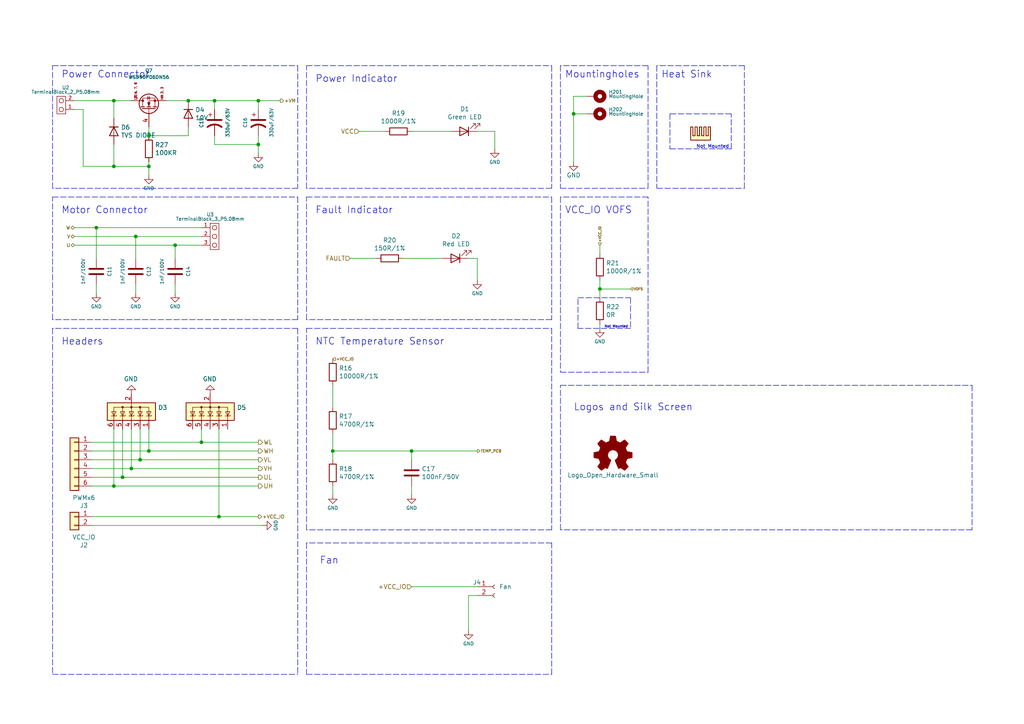
<source format=kicad_sch>
(kicad_sch (version 20211123) (generator eeschema)
  (paper "A4")
  (title_block (title "opm-inline") (date "2021-12-26") (rev "1") (company "Overpowered Mechanisms"))
  (lib_symbols
    (symbol "Connector:Conn_01x02_Female" (pin_names (offset 1.016) hide)
      (property "Reference" "J" (at 0 2.54 0))
      (property "Value" "Conn_01x02_Female" (at 0 -5.08 0))
      (symbol "Conn_01x02_Female_1_1"
        (arc (start 0 -2.032) (mid -0.508 -2.54) (end 0 -3.048) (stroke (width 0.1524)))
        (polyline (pts (xy -1.27 -2.54) (xy -0.508 -2.54)) (stroke (width 0.1524)))
        (polyline (pts (xy -1.27 0) (xy -0.508 0)) (stroke (width 0.1524)))
        (arc (start 0 0.508) (mid -0.508 0) (end 0 -0.508) (stroke (width 0.1524)))
        (pin passive line (at -5.08 0 0) (length 3.81) (name "Pin_1") (number "1"))
        (pin passive line (at -5.08 -2.54 0) (length 3.81) (name "Pin_2") (number "2"))
      )
    )
    (symbol "Connector_Generic:Conn_01x02" (pin_names (offset 1.016) hide)
      (property "Reference" "J" (at 0 2.54 0))
      (property "Value" "Conn_01x02" (at 0 -5.08 0))
      (symbol "Conn_01x02_1_1"
        (rectangle (start -1.27 -2.413) (end 0 -2.667) (stroke (width 0.1524)))
        (rectangle (start -1.27 0.127) (end 0 -0.127) (stroke (width 0.1524)))
        (rectangle (start -1.27 1.27) (end 1.27 -3.81) (stroke (width 0.254)) (fill (type background)))
        (pin passive line (at -5.08 0 0) (length 3.81) (name "Pin_1") (number "1"))
        (pin passive line (at -5.08 -2.54 0) (length 3.81) (name "Pin_2") (number "2"))
      )
    )
    (symbol "Connector_Generic:Conn_01x06" (pin_names (offset 1.016) hide)
      (property "Reference" "J" (at 0 7.62 0))
      (property "Value" "Conn_01x06" (at 0 -10.16 0))
      (symbol "Conn_01x06_1_1"
        (rectangle (start -1.27 -7.493) (end 0 -7.747) (stroke (width 0.1524)))
        (rectangle (start -1.27 -4.953) (end 0 -5.207) (stroke (width 0.1524)))
        (rectangle (start -1.27 -2.413) (end 0 -2.667) (stroke (width 0.1524)))
        (rectangle (start -1.27 0.127) (end 0 -0.127) (stroke (width 0.1524)))
        (rectangle (start -1.27 2.667) (end 0 2.413) (stroke (width 0.1524)))
        (rectangle (start -1.27 5.207) (end 0 4.953) (stroke (width 0.1524)))
        (rectangle (start -1.27 6.35) (end 1.27 -8.89) (stroke (width 0.254)) (fill (type background)))
        (pin passive line (at -5.08 5.08 0) (length 3.81) (name "Pin_1") (number "1"))
        (pin passive line (at -5.08 2.54 0) (length 3.81) (name "Pin_2") (number "2"))
        (pin passive line (at -5.08 0 0) (length 3.81) (name "Pin_3") (number "3"))
        (pin passive line (at -5.08 -2.54 0) (length 3.81) (name "Pin_4") (number "4"))
        (pin passive line (at -5.08 -5.08 0) (length 3.81) (name "Pin_5") (number "5"))
        (pin passive line (at -5.08 -7.62 0) (length 3.81) (name "Pin_6") (number "6"))
      )
    )
    (symbol "Device:C" (pin_numbers hide) (pin_names (offset 0.254))
      (property "Reference" "C" (at 0.635 2.54 0))
      (property "Value" "C" (at 0.635 -2.54 0))
      (symbol "C_0_1"
        (polyline (pts (xy -2.032 -0.762) (xy 2.032 -0.762)) (stroke (width 0.508)))
        (polyline (pts (xy -2.032 0.762) (xy 2.032 0.762)) (stroke (width 0.508)))
      )
      (symbol "C_1_1"
        (pin passive line (at 0 3.81 270) (length 2.794) (name "~") (number "1"))
        (pin passive line (at 0 -3.81 90) (length 2.794) (name "~") (number "2"))
      )
    )
    (symbol "Device:CP1" (pin_numbers hide) (pin_names (offset 0.254) hide)
      (property "Reference" "C" (at 0.635 2.54 0))
      (property "Value" "Device_CP1" (at 0.635 -2.54 0))
      (symbol "CP1_0_1"
        (polyline (pts (xy -2.032 0.762) (xy 2.032 0.762)) (stroke (width 0.508)))
        (polyline (pts (xy -1.778 2.286) (xy -0.762 2.286)))
        (polyline (pts (xy -1.27 1.778) (xy -1.27 2.794)))
        (arc (start 2.032 -1.27) (mid 0 -0.5572) (end -2.032 -1.27) (stroke (width 0.508)))
      )
      (symbol "CP1_1_1"
        (pin passive line (at 0 3.81 270) (length 2.794) (name "~") (number "1"))
        (pin passive line (at 0 -3.81 90) (length 3.302) (name "~") (number "2"))
      )
    )
    (symbol "Device:LED" (pin_numbers hide) (pin_names (offset 1.016) hide)
      (property "Reference" "D" (at 0 2.54 0))
      (property "Value" "LED" (at 0 -2.54 0))
      (symbol "LED_0_1"
        (polyline (pts (xy -1.27 -1.27) (xy -1.27 1.27)) (stroke (width 0.254)))
        (polyline (pts (xy -1.27 0) (xy 1.27 0)))
        (polyline (pts (xy 1.27 -1.27) (xy 1.27 1.27) (xy -1.27 0) (xy 1.27 -1.27)) (stroke (width 0.254)))
        (polyline (pts (xy -3.048 -0.762) (xy -4.572 -2.286) (xy -3.81 -2.286) (xy -4.572 -2.286) (xy -4.572 -1.524)))
        (polyline (pts (xy -1.778 -0.762) (xy -3.302 -2.286) (xy -2.54 -2.286) (xy -3.302 -2.286) (xy -3.302 -1.524)))
      )
      (symbol "LED_1_1"
        (pin passive line (at -3.81 0 0) (length 2.54) (name "K") (number "1"))
        (pin passive line (at 3.81 0 180) (length 2.54) (name "A") (number "2"))
      )
    )
    (symbol "Device:R" (pin_numbers hide) (pin_names (offset 0))
      (property "Reference" "R" (at 2.032 0 90))
      (property "Value" "R" (at 0 0 90))
      (symbol "R_0_1"
        (rectangle (start -1.016 -2.54) (end 1.016 2.54) (stroke (width 0.254)))
      )
      (symbol "R_1_1"
        (pin passive line (at 0 3.81 270) (length 1.27) (name "~") (number "1"))
        (pin passive line (at 0 -3.81 90) (length 1.27) (name "~") (number "2"))
      )
    )
    (symbol "Graphic:Logo_Open_Hardware_Small" (pin_names (offset 1.016))
      (symbol "Logo_Open_Hardware_Small_0_1"
        (polyline (pts (xy 3.3528 -4.3434) (xy 3.302 -4.318) (xy 3.175 -4.2418) (xy 2.9972 -4.1148) (xy 2.7686 -3.9624) (xy 2.54 -3.81) (xy 2.3622 -3.7084) (xy 2.2352 -3.6068) (xy 2.1844 -3.5814) (xy 2.159 -3.6068) (xy 2.0574 -3.6576) (xy 1.905 -3.7338) (xy 1.8034 -3.7846) (xy 1.6764 -3.8354) (xy 1.6002 -3.8354) (xy 1.6002 -3.8354) (xy 1.5494 -3.7338) (xy 1.4732 -3.5306) (xy 1.3462 -3.302) (xy 1.2446 -3.0226) (xy 1.1176 -2.7178) (xy 0.9652 -2.413) (xy 0.8636 -2.1082) (xy 0.7366 -1.8288) (xy 0.6604 -1.6256) (xy 0.6096 -1.4732) (xy 0.5842 -1.397) (xy 0.5842 -1.397) (xy 0.6604 -1.3208) (xy 0.7874 -1.2446) (xy 1.0414 -1.016) (xy 1.2954 -0.6858) (xy 1.4478 -0.3302) (xy 1.524 0.0762) (xy 1.4732 0.4572) (xy 1.3208 0.8128) (xy 1.0668 1.143) (xy 0.762 1.3716) (xy 0.4064 1.524) (xy 0 1.5748) (xy -0.381 1.5494) (xy -0.7366 1.397) (xy -1.0668 1.143) (xy -1.2192 0.9906) (xy -1.397 0.6604) (xy -1.524 0.3048) (xy -1.524 0.2286) (xy -1.4986 -0.1778) (xy -1.397 -0.5334) (xy -1.1938 -0.8636) (xy -0.9144 -1.143) (xy -0.8636 -1.1684) (xy -0.7366 -1.27) (xy -0.635 -1.3462) (xy -0.5842 -1.397) (xy -1.0668 -2.5908) (xy -1.143 -2.794) (xy -1.2954 -3.1242) (xy -1.397 -3.4036) (xy -1.4986 -3.6322) (xy -1.5748 -3.7846) (xy -1.6002 -3.8354) (xy -1.6002 -3.8354) (xy -1.651 -3.8354) (xy -1.7272 -3.81) (xy -1.905 -3.7338) (xy -2.0066 -3.683) (xy -2.1336 -3.6068) (xy -2.2098 -3.5814) (xy -2.2606 -3.6068) (xy -2.3622 -3.683) (xy -2.54 -3.81) (xy -2.7686 -3.9624) (xy -2.9718 -4.0894) (xy -3.1496 -4.2164) (xy -3.302 -4.318) (xy -3.3528 -4.3434) (xy -3.3782 -4.3434) (xy -3.429 -4.318) (xy -3.5306 -4.2164) (xy -3.7084 -4.064) (xy -3.937 -3.8354) (xy -3.9624 -3.81) (xy -4.1656 -3.6068) (xy -4.318 -3.4544) (xy -4.4196 -3.3274) (xy -4.445 -3.2766) (xy -4.445 -3.2766) (xy -4.4196 -3.2258) (xy -4.318 -3.0734) (xy -4.2164 -2.8956) (xy -4.064 -2.667) (xy -3.6576 -2.0828) (xy -3.8862 -1.5494) (xy -3.937 -1.3716) (xy -4.0386 -1.1684) (xy -4.0894 -1.0414) (xy -4.1148 -0.9652) (xy -4.191 -0.9398) (xy -4.318 -0.9144) (xy -4.5466 -0.8636) (xy -4.8006 -0.8128) (xy -5.0546 -0.7874) (xy -5.2578 -0.7366) (xy -5.4356 -0.7112) (xy -5.5118 -0.6858) (xy -5.5118 -0.6858) (xy -5.5372 -0.635) (xy -5.5372 -0.5588) (xy -5.5372 -0.4318) (xy -5.5626 -0.2286) (xy -5.5626 0.0762) (xy -5.5626 0.127) (xy -5.5372 0.4064) (xy -5.5372 0.635) (xy -5.5372 0.762) (xy -5.5372 0.8382) (xy -5.5372 0.8382) (xy -5.461 0.8382) (xy -5.3086 0.889) (xy -5.08 0.9144) (xy -4.826 0.9652) (xy -4.8006 0.9906) (xy -4.5466 1.0414) (xy -4.318 1.0668) (xy -4.1656 1.1176) (xy -4.0894 1.143) (xy -4.0894 1.143) (xy -4.0386 1.2446) (xy -3.9624 1.4224) (xy -3.8608 1.6256) (xy -3.7846 1.8288) (xy -3.7084 2.0066) (xy -3.6576 2.159) (xy -3.6322 2.2098) (xy -3.6322 2.2098) (xy -3.683 2.286) (xy -3.7592 2.413) (xy -3.8862 2.5908) (xy -4.064 2.8194) (xy -4.064 2.8448) (xy -4.2164 3.0734) (xy -4.3434 3.2512) (xy -4.4196 3.3782) (xy -4.445 3.4544) (xy -4.445 3.4544) (xy -4.3942 3.5052) (xy -4.2926 3.6322) (xy -4.1148 3.81) (xy -3.937 4.0132) (xy -3.8608 4.064) (xy -3.6576 4.2926) (xy -3.5052 4.4196) (xy -3.4036 4.4958) (xy -3.3528 4.5212) (xy -3.3528 4.5212) (xy -3.302 4.4704) (xy -3.1496 4.3688) (xy -2.9718 4.2418) (xy -2.7432 4.0894) (xy -2.7178 4.0894) (xy -2.4892 3.937) (xy -2.3114 3.81) (xy -2.1844 3.7084) (xy -2.1336 3.683) (xy -2.1082 3.683) (xy -2.032 3.7084) (xy -1.8542 3.7592) (xy -1.6764 3.8354) (xy -1.4732 3.937) (xy -1.27 4.0132) (xy -1.143 4.064) (xy -1.0668 4.1148) (xy -1.0668 4.1148) (xy -1.0414 4.191) (xy -1.016 4.3434) (xy -0.9652 4.572) (xy -0.9144 4.8514) (xy -0.889 4.9022) (xy -0.8382 5.1562) (xy -0.8128 5.3848) (xy -0.7874 5.5372) (xy -0.762 5.588) (xy -0.7112 5.6134) (xy -0.5842 5.6134) (xy -0.4064 5.6134) (xy -0.1524 5.6134) (xy 0.0762 5.6134) (xy 0.3302 5.6134) (xy 0.5334 5.6134) (xy 0.6858 5.588) (xy 0.7366 5.588) (xy 0.7366 5.588) (xy 0.762 5.5118) (xy 0.8128 5.334) (xy 0.8382 5.1054) (xy 0.9144 4.826) (xy 0.9144 4.7752) (xy 0.9652 4.5212) (xy 1.016 4.2926) (xy 1.0414 4.1402) (xy 1.0668 4.0894) (xy 1.0668 4.0894) (xy 1.1938 4.0386) (xy 1.3716 3.9624) (xy 1.5748 3.8608) (xy 2.0828 3.6576) (xy 2.7178 4.0894) (xy 2.7686 4.1402) (xy 2.9972 4.2926) (xy 3.175 4.4196) (xy 3.302 4.4958) (xy 3.3782 4.5212) (xy 3.3782 4.5212) (xy 3.429 4.4704) (xy 3.556 4.3434) (xy 3.7338 4.191) (xy 3.9116 3.9878) (xy 4.064 3.8354) (xy 4.2418 3.6576) (xy 4.3434 3.556) (xy 4.4196 3.4798) (xy 4.4196 3.429) (xy 4.4196 3.4036) (xy 4.3942 3.3274) (xy 4.2926 3.2004) (xy 4.1656 2.9972) (xy 4.0132 2.794) (xy 3.8862 2.5908) (xy 3.7592 2.3876) (xy 3.6576 2.2352) (xy 3.6322 2.159) (xy 3.6322 2.1336) (xy 3.683 2.0066) (xy 3.7592 1.8288) (xy 3.8608 1.6002) (xy 4.064 1.1176) (xy 4.3942 1.0414) (xy 4.5974 1.016) (xy 4.8768 0.9652) (xy 5.1308 0.9144) (xy 5.5372 0.8382) (xy 5.5626 -0.6604) (xy 5.4864 -0.6858) (xy 5.4356 -0.6858) (xy 5.2832 -0.7366) (xy 5.0546 -0.762) (xy 4.8006 -0.8128) (xy 4.5974 -0.8636) (xy 4.3688 -0.9144) (xy 4.2164 -0.9398) (xy 4.1402 -0.9398) (xy 4.1148 -0.9652) (xy 4.064 -1.0668) (xy 3.9878 -1.2446) (xy 3.9116 -1.4478) (xy 3.81 -1.651) (xy 3.7338 -1.8542) (xy 3.683 -2.0066) (xy 3.6576 -2.0828) (xy 3.683 -2.1336) (xy 3.7846 -2.2606) (xy 3.8862 -2.4638) (xy 4.0386 -2.667) (xy 4.191 -2.8956) (xy 4.318 -3.0734) (xy 4.3942 -3.2004) (xy 4.445 -3.2766) (xy 4.4196 -3.3274) (xy 4.3434 -3.429) (xy 4.1656 -3.5814) (xy 3.937 -3.8354) (xy 3.8862 -3.8608) (xy 3.683 -4.064) (xy 3.5306 -4.2164) (xy 3.4036 -4.318) (xy 3.3528 -4.3434)) (fill (type outline)))
      )
    )
    (symbol "Mechanical:Heatsink" (pin_names (offset 1.016))
      (property "Reference" "HS" (at 0 5.08 0))
      (property "Value" "Heatsink" (at 0 -1.27 0))
      (symbol "Heatsink_0_1"
        (polyline (pts (xy -0.3302 1.27) (xy -0.9652 1.27) (xy -0.9652 3.81) (xy -1.6002 3.81) (xy -1.6002 1.27) (xy -2.2352 1.27) (xy -2.2352 3.81) (xy -2.8702 3.81) (xy -2.8702 0) (xy -0.9652 0)) (stroke (width 0.254)) (fill (type background)))
        (polyline (pts (xy -0.3302 1.27) (xy -0.3302 3.81) (xy 0.3048 3.81) (xy 0.3048 1.27) (xy 0.9398 1.27) (xy 0.9398 3.81) (xy 1.5748 3.81) (xy 1.5748 1.27) (xy 2.2098 1.27) (xy 2.2098 3.81) (xy 2.8448 3.81) (xy 2.8448 0) (xy -0.9652 0)) (stroke (width 0.254)) (fill (type background)))
      )
    )
    (symbol "Power_Protection:SP0505BAJT" (pin_names hide)
      (property "Reference" "D" (at 7.62 2.54 0))
      (property "Value" "SP0505BAJT" (at 7.62 0.635 0))
      (symbol "SP0505BAJT_0_0"
        (pin passive line (at 0 -5.08 90) (length 2.54) (name "A") (number "2"))
      )
      (symbol "SP0505BAJT_0_1"
        (rectangle (start -6.985 2.54) (end 6.985 -2.54) (stroke (width 0.254)) (fill (type background)))
        (circle (center -2.54 -1.27) (radius 0.254) (fill (type outline)))
        (circle (center 0 -1.27) (radius 0.254) (fill (type outline)))
        (polyline (pts (xy -5.08 2.54) (xy -5.08 1.27)))
        (polyline (pts (xy -2.54 2.54) (xy -2.54 1.27)))
        (polyline (pts (xy 0 -1.27) (xy 0 -2.54)))
        (polyline (pts (xy 0 -1.27) (xy 0 1.27)))
        (polyline (pts (xy 0 2.54) (xy 0 1.27)))
        (polyline (pts (xy 0.635 1.27) (xy 0.762 1.27)))
        (polyline (pts (xy 2.54 2.54) (xy 2.54 1.27)))
        (polyline (pts (xy 5.08 2.54) (xy 5.08 1.27)))
        (polyline (pts (xy -5.08 1.27) (xy -5.08 -1.27) (xy -2.54 -1.27)))
        (polyline (pts (xy 0.635 1.27) (xy -0.762 1.27) (xy -0.762 1.016)))
        (polyline (pts (xy 5.08 1.27) (xy 5.08 -1.27) (xy 2.54 -1.27)))
        (polyline (pts (xy -5.842 1.016) (xy -5.842 1.27) (xy -4.445 1.27) (xy -4.318 1.27)))
        (polyline (pts (xy -5.08 1.27) (xy -4.445 0) (xy -5.715 0) (xy -5.08 1.27)))
        (polyline (pts (xy -3.302 1.016) (xy -3.302 1.27) (xy -1.905 1.27) (xy -1.778 1.27)))
        (polyline (pts (xy -2.54 1.27) (xy -2.54 -1.27) (xy 2.54 -1.27) (xy 2.54 1.27)))
        (polyline (pts (xy -2.54 1.27) (xy -1.905 0) (xy -3.175 0) (xy -2.54 1.27)))
        (polyline (pts (xy 0.635 0) (xy -0.635 0) (xy 0 1.27) (xy 0.635 0)))
        (polyline (pts (xy 1.778 1.016) (xy 1.778 1.27) (xy 3.175 1.27) (xy 3.302 1.27)))
        (polyline (pts (xy 2.54 1.27) (xy 1.905 0) (xy 3.175 0) (xy 2.54 1.27)))
        (polyline (pts (xy 4.318 1.016) (xy 4.318 1.27) (xy 5.715 1.27) (xy 5.842 1.27)))
        (polyline (pts (xy 5.08 1.27) (xy 4.445 0) (xy 5.715 0) (xy 5.08 1.27)))
        (circle (center 2.54 -1.27) (radius 0.254) (fill (type outline)))
      )
      (symbol "SP0505BAJT_1_1"
        (pin passive line (at -5.08 5.08 270) (length 2.54) (name "K") (number "1"))
        (pin passive line (at -2.54 5.08 270) (length 2.54) (name "K") (number "3"))
        (pin passive line (at 0 5.08 270) (length 2.54) (name "K") (number "4"))
        (pin passive line (at 2.54 5.08 270) (length 2.54) (name "K") (number "5"))
        (pin passive line (at 5.08 5.08 270) (length 2.54) (name "K") (number "6"))
      )
    )
    (symbol "Simulation_SPICE:DIODE" (pin_numbers hide) (pin_names (offset 1.016) hide)
      (property "Reference" "D" (at 0 2.54 0))
      (property "Value" "DIODE" (at 0 -2.54 0))
      (symbol "DIODE_0_1"
        (polyline (pts (xy 1.27 0) (xy -1.27 0)))
        (polyline (pts (xy 1.27 1.27) (xy 1.27 -1.27)) (stroke (width 0.254)))
        (polyline (pts (xy -1.27 -1.27) (xy -1.27 1.27) (xy 1.27 0) (xy -1.27 -1.27)) (stroke (width 0.254)))
      )
      (symbol "DIODE_1_1"
        (pin passive line (at -3.81 0 0) (length 2.54) (name "A") (number "1"))
        (pin passive line (at 3.81 0 180) (length 2.54) (name "K") (number "2"))
      )
    )
    (symbol "opm-cache:Conector_library_Metz_31330102" (pin_names (offset 1.016))
      (property "Reference" "U" (at 0 6.35 0))
      (property "Value" "Conector_library_Metz_31330102" (at 0 3.81 0))
      (symbol "Conector_library_Metz_31330102_0_1"
        (circle (center 1.27 -1.27) (radius 0.635))
        (circle (center 1.27 1.27) (radius 0.635))
        (rectangle (start 2.54 -2.54) (end 0 2.54))
      )
      (symbol "Conector_library_Metz_31330102_1_1"
        (pin bidirectional line (at -2.54 1.27 0) (length 2.54) (name "~") (number "1"))
        (pin bidirectional line (at -2.54 -1.27 0) (length 2.54) (name "~") (number "2"))
      )
    )
    (symbol "opm-cache:Conector_library_Metz_31330103" (pin_names (offset 1.016))
      (property "Reference" "U" (at 0 5.08 0))
      (property "Value" "Conector_library_Metz_31330103" (at 0 -6.35 0))
      (symbol "Conector_library_Metz_31330103_0_1"
        (circle (center 1.27 -2.54) (radius 0.635))
        (circle (center 1.27 0) (radius 0.635))
        (circle (center 1.27 2.54) (radius 0.635))
      )
      (symbol "Conector_library_Metz_31330103_1_1"
        (rectangle (start 0 3.81) (end 2.54 -3.81))
        (pin bidirectional line (at -2.54 2.54 0) (length 2.54) (name "~") (number "1"))
        (pin bidirectional line (at -2.54 0 0) (length 2.54) (name "~") (number "2"))
        (pin bidirectional line (at -2.54 -2.54 0) (length 2.54) (name "~") (number "3"))
      )
    )
    (symbol "opm-cache:Mechanical_MountingHole_Pad" (pin_numbers hide) (pin_names (offset 1.016) hide)
      (property "Reference" "H" (at 0 6.35 0))
      (property "Value" "Mechanical_MountingHole_Pad" (at 0 4.445 0))
      (symbol "Mechanical_MountingHole_Pad_0_1"
        (circle (center 0 1.27) (radius 1.27) (stroke (width 1.27)))
      )
      (symbol "Mechanical_MountingHole_Pad_1_1"
        (pin input line (at 0 -2.54 90) (length 2.54) (name "1") (number "1"))
      )
    )
    (symbol "opm-inline-rescue:HYG025N06LS1C2" (pin_names hide)
      (property "Reference" "Q" (at 5.08 1.905 0))
      (property "Value" "HYG025N06LS1C2" (at 5.08 0 0))
      (symbol "HYG025N06LS1C2_0_0"
        (text "1, 2, 3" (at 3.175 -3.81 0) (effects (font (size 0.6096 0.6096)) (justify left)))
        (text "5, 6, 7, 8" (at 3.175 3.81 0) (effects (font (size 0.6096 0.6096)) (justify left)))
      )
      (symbol "HYG025N06LS1C2_0_1"
        (polyline (pts (xy -1.27 0) (xy 0.254 0)))
        (polyline (pts (xy 0.762 -1.778) (xy 2.54 -1.778)))
        (polyline (pts (xy 0.762 -1.27) (xy 0.762 -2.286)) (stroke (width 0.254)))
        (polyline (pts (xy 0.762 0) (xy 2.54 0)))
        (polyline (pts (xy 0.762 0.508) (xy 0.762 -0.508)) (stroke (width 0.254)))
        (polyline (pts (xy 0.762 1.778) (xy 2.54 1.778)))
        (polyline (pts (xy 0.762 2.286) (xy 0.762 1.27)) (stroke (width 0.254)))
        (polyline (pts (xy 2.54 -1.778) (xy 2.54 -2.54)))
        (polyline (pts (xy 2.54 -1.778) (xy 2.54 0)))
        (polyline (pts (xy 2.54 2.54) (xy 2.54 1.778)))
        (polyline (pts (xy 0.254 1.905) (xy 0.254 -1.905) (xy 0.254 -1.905)) (stroke (width 0.254)))
        (polyline (pts (xy 1.016 0) (xy 2.032 0.381) (xy 2.032 -0.381) (xy 1.016 0)) (fill (type outline)))
        (polyline (pts (xy 2.54 -1.778) (xy 3.302 -1.778) (xy 3.302 1.778) (xy 2.54 1.778)))
        (polyline (pts (xy 2.794 0.508) (xy 2.921 0.381) (xy 3.683 0.381) (xy 3.81 0.254)))
        (polyline (pts (xy 3.302 0.381) (xy 2.921 -0.254) (xy 3.683 -0.254) (xy 3.302 0.381)))
        (circle (center 1.651 0) (radius 2.8194) (stroke (width 0.254)))
        (circle (center 2.54 -1.778) (radius 0.2794) (fill (type outline)))
        (circle (center 2.54 1.778) (radius 0.2794) (fill (type outline)))
      )
      (symbol "HYG025N06LS1C2_1_1"
        (pin passive line (at 2.54 -5.08 90) (length 2.54) (name "S") (number "1"))
        (pin passive line (at 2.54 -5.08 90) (length 2.54) hide (name "S") (number "2"))
        (pin passive line (at 2.54 -5.08 90) (length 2.54) hide (name "S") (number "3"))
        (pin passive line (at -5.08 0 0) (length 3.81) (name "G") (number "4"))
        (pin passive line (at 2.54 5.08 270) (length 2.54) (name "D") (number "5"))
        (pin passive line (at 2.54 5.08 270) (length 2.54) hide (name "D") (number "6"))
        (pin passive line (at 2.54 5.08 270) (length 2.54) hide (name "D") (number "7"))
        (pin passive line (at 2.54 5.08 270) (length 2.54) hide (name "D") (number "8"))
      )
    )
    (symbol "power:GND" (power) (pin_names (offset 0))
      (property "Value" "GND" (at 0 -3.81 0))
      (symbol "GND_0_1"
        (polyline (pts (xy 0 0) (xy 0 -1.27) (xy 1.27 -1.27) (xy 0 -2.54) (xy -1.27 -1.27) (xy 0 -1.27)))
      )
      (symbol "GND_1_1"
        (pin power_in line (at 0 0 270) (length 0) hide (name "GND") (number "1"))
      )
    )
  )
  (junction (at 43.18 130.81))
  (junction (at 33.02 48.26))
  (junction (at 166.37 33.02))
  (junction (at 39.37 68.58))
  (junction (at 50.8 71.12))
  (junction (at 35.56 138.43))
  (junction (at 74.93 29.21))
  (junction (at 43.18 48.26))
  (junction (at 40.64 133.35))
  (junction (at 119.38 130.81))
  (junction (at 38.1 135.89))
  (junction (at 173.99 83.82))
  (junction (at 96.52 130.81))
  (junction (at 43.18 39.37))
  (junction (at 62.23 29.21))
  (junction (at 54.61 29.21))
  (junction (at 27.94 66.04))
  (junction (at 63.5 149.86))
  (junction (at 74.93 41.91))
  (junction (at 33.02 29.21))
  (junction (at 33.02 140.97))
  (junction (at 58.42 128.27))
  (wire (pts (xy 135.89 74.93) (xy 138.43 74.93)))
  (wire (pts (xy 50.8 85.09) (xy 50.8 82.55)))
  (wire (pts (xy 74.93 41.91) (xy 74.93 44.45)))
  (wire (pts (xy 40.64 124.46) (xy 40.64 133.35)))
  (polyline (pts (xy 187.96 19.05) (xy 162.56 19.05)))
  (wire (pts (xy 43.18 124.46) (xy 43.18 130.81)))
  (polyline (pts (xy 190.5 19.05) (xy 190.5 54.61)))
  (wire (pts (xy 96.52 125.73) (xy 96.52 130.81)))
  (polyline (pts (xy 194.31 33.02) (xy 194.31 43.18)))
  (wire (pts (xy 58.42 124.46) (xy 58.42 128.27)))
  (wire (pts (xy 166.37 27.94) (xy 166.37 33.02)))
  (wire (pts (xy 119.38 140.97) (xy 119.38 143.51)))
  (wire (pts (xy 63.5 149.86) (xy 74.93 149.86)))
  (polyline (pts (xy 160.02 19.05) (xy 160.02 54.61)))
  (wire (pts (xy 138.43 38.1) (xy 143.51 38.1)))
  (wire (pts (xy 104.14 38.1) (xy 111.76 38.1)))
  (polyline (pts (xy 88.9 92.71) (xy 88.9 57.15)))
  (polyline (pts (xy 212.09 33.02) (xy 194.31 33.02)))
  (wire (pts (xy 39.37 68.58) (xy 21.59 68.58)))
  (polyline (pts (xy 162.56 54.61) (xy 187.96 54.61)))
  (wire (pts (xy 24.13 31.75) (xy 24.13 48.26)))
  (wire (pts (xy 170.18 33.02) (xy 166.37 33.02)))
  (polyline (pts (xy 215.9 54.61) (xy 215.9 19.05)))
  (wire (pts (xy 182.88 83.82) (xy 173.99 83.82)))
  (wire (pts (xy 39.37 74.93) (xy 39.37 68.58)))
  (wire (pts (xy 39.37 85.09) (xy 39.37 82.55)))
  (wire (pts (xy 40.64 133.35) (xy 74.93 133.35)))
  (wire (pts (xy 27.94 74.93) (xy 27.94 66.04)))
  (wire (pts (xy 21.59 29.21) (xy 33.02 29.21)))
  (polyline (pts (xy 15.24 92.71) (xy 15.24 57.15)))
  (wire (pts (xy 43.18 36.83) (xy 43.18 39.37)))
  (wire (pts (xy 35.56 124.46) (xy 35.56 138.43)))
  (wire (pts (xy 58.42 66.04) (xy 27.94 66.04)))
  (polyline (pts (xy 86.36 19.05) (xy 86.36 54.61)))
  (wire (pts (xy 43.18 48.26) (xy 43.18 50.8)))
  (polyline (pts (xy 162.56 107.95) (xy 187.96 107.95)))
  (wire (pts (xy 96.52 140.97) (xy 96.52 143.51)))
  (wire (pts (xy 62.23 39.37) (xy 62.23 41.91)))
  (polyline (pts (xy 162.56 57.15) (xy 162.56 107.95)))
  (polyline (pts (xy 187.96 54.61) (xy 187.96 19.05)))
  (wire (pts (xy 62.23 41.91) (xy 74.93 41.91)))
  (wire (pts (xy 26.67 135.89) (xy 38.1 135.89)))
  (wire (pts (xy 173.99 93.98) (xy 173.99 95.25)))
  (polyline (pts (xy 182.88 95.25) (xy 167.64 95.25)))
  (polyline (pts (xy 86.36 92.71) (xy 15.24 92.71)))
  (polyline (pts (xy 160.02 57.15) (xy 160.02 92.71)))
  (wire (pts (xy 38.1 135.89) (xy 74.93 135.89)))
  (wire (pts (xy 26.67 152.4) (xy 76.2 152.4)))
  (polyline (pts (xy 88.9 195.58) (xy 160.02 195.58)))
  (wire (pts (xy 54.61 29.21) (xy 62.23 29.21)))
  (polyline (pts (xy 15.24 57.15) (xy 86.36 57.15)))
  (wire (pts (xy 27.94 85.09) (xy 27.94 82.55)))
  (wire (pts (xy 26.67 128.27) (xy 58.42 128.27)))
  (wire (pts (xy 63.5 124.46) (xy 63.5 149.86)))
  (polyline (pts (xy 86.36 95.25) (xy 15.24 95.25)))
  (wire (pts (xy 138.43 81.28) (xy 138.43 74.93)))
  (wire (pts (xy 74.93 29.21) (xy 62.23 29.21)))
  (wire (pts (xy 24.13 48.26) (xy 33.02 48.26)))
  (wire (pts (xy 166.37 33.02) (xy 166.37 46.99)))
  (polyline (pts (xy 88.9 153.67) (xy 88.9 95.25)))
  (wire (pts (xy 26.67 140.97) (xy 33.02 140.97)))
  (wire (pts (xy 58.42 71.12) (xy 50.8 71.12)))
  (wire (pts (xy 74.93 29.21) (xy 81.28 29.21)))
  (polyline (pts (xy 281.94 111.76) (xy 281.94 153.67)))
  (wire (pts (xy 74.93 31.75) (xy 74.93 29.21)))
  (wire (pts (xy 35.56 138.43) (xy 74.93 138.43)))
  (wire (pts (xy 173.99 71.12) (xy 173.99 73.66)))
  (wire (pts (xy 26.67 130.81) (xy 43.18 130.81)))
  (polyline (pts (xy 187.96 107.95) (xy 187.96 57.15)))
  (wire (pts (xy 138.43 172.72) (xy 135.89 172.72)))
  (polyline (pts (xy 15.24 95.25) (xy 15.24 195.58)))
  (polyline (pts (xy 15.24 19.05) (xy 86.36 19.05)))
  (wire (pts (xy 43.18 130.81) (xy 74.93 130.81)))
  (wire (pts (xy 173.99 83.82) (xy 173.99 86.36)))
  (polyline (pts (xy 190.5 54.61) (xy 215.9 54.61)))
  (wire (pts (xy 96.52 118.11) (xy 96.52 111.76)))
  (wire (pts (xy 50.8 74.93) (xy 50.8 71.12)))
  (polyline (pts (xy 15.24 195.58) (xy 86.36 195.58)))
  (polyline (pts (xy 88.9 19.05) (xy 160.02 19.05)))
  (wire (pts (xy 33.02 140.97) (xy 74.93 140.97)))
  (polyline (pts (xy 167.64 95.25) (xy 167.64 86.36)))
  (wire (pts (xy 26.67 138.43) (xy 35.56 138.43)))
  (wire (pts (xy 170.18 27.94) (xy 166.37 27.94)))
  (wire (pts (xy 116.84 74.93) (xy 128.27 74.93)))
  (polyline (pts (xy 88.9 95.25) (xy 160.02 95.25)))
  (wire (pts (xy 26.67 133.35) (xy 40.64 133.35)))
  (polyline (pts (xy 88.9 157.48) (xy 88.9 195.58)))
  (wire (pts (xy 50.8 71.12) (xy 21.59 71.12)))
  (wire (pts (xy 26.67 149.86) (xy 63.5 149.86)))
  (wire (pts (xy 119.38 130.81) (xy 138.43 130.81)))
  (polyline (pts (xy 215.9 19.05) (xy 190.5 19.05)))
  (wire (pts (xy 143.51 38.1) (xy 143.51 43.18)))
  (polyline (pts (xy 162.56 153.67) (xy 162.56 111.76)))
  (wire (pts (xy 62.23 29.21) (xy 62.23 31.75)))
  (polyline (pts (xy 15.24 54.61) (xy 15.24 19.05)))
  (polyline (pts (xy 160.02 95.25) (xy 160.02 153.67)))
  (wire (pts (xy 58.42 128.27) (xy 74.93 128.27)))
  (wire (pts (xy 27.94 66.04) (xy 21.59 66.04)))
  (wire (pts (xy 96.52 130.81) (xy 96.52 133.35)))
  (polyline (pts (xy 167.64 86.36) (xy 182.88 86.36)))
  (polyline (pts (xy 187.96 57.15) (xy 162.56 57.15)))
  (wire (pts (xy 38.1 124.46) (xy 38.1 135.89)))
  (wire (pts (xy 33.02 34.29) (xy 33.02 29.21)))
  (wire (pts (xy 48.26 29.21) (xy 54.61 29.21)))
  (wire (pts (xy 33.02 48.26) (xy 43.18 48.26)))
  (wire (pts (xy 54.61 39.37) (xy 43.18 39.37)))
  (wire (pts (xy 135.89 172.72) (xy 135.89 182.88)))
  (polyline (pts (xy 162.56 111.76) (xy 281.94 111.76)))
  (polyline (pts (xy 86.36 57.15) (xy 86.36 92.71)))
  (wire (pts (xy 138.43 170.18) (xy 119.38 170.18)))
  (wire (pts (xy 119.38 38.1) (xy 130.81 38.1)))
  (wire (pts (xy 119.38 130.81) (xy 96.52 130.81)))
  (polyline (pts (xy 194.31 43.18) (xy 212.09 43.18)))
  (wire (pts (xy 101.6 74.93) (xy 109.22 74.93)))
  (polyline (pts (xy 88.9 54.61) (xy 88.9 19.05)))
  (polyline (pts (xy 160.02 195.58) (xy 160.02 157.48)))
  (polyline (pts (xy 86.36 95.25) (xy 86.36 195.58)))
  (polyline (pts (xy 86.36 54.61) (xy 15.24 54.61)))
  (polyline (pts (xy 182.88 86.36) (xy 182.88 95.25)))
  (wire (pts (xy 173.99 81.28) (xy 173.99 83.82)))
  (wire (pts (xy 74.93 41.91) (xy 74.93 39.37)))
  (wire (pts (xy 24.13 31.75) (xy 21.59 31.75)))
  (wire (pts (xy 33.02 41.91) (xy 33.02 48.26)))
  (polyline (pts (xy 160.02 157.48) (xy 88.9 157.48)))
  (polyline (pts (xy 160.02 92.71) (xy 88.9 92.71)))
  (wire (pts (xy 58.42 68.58) (xy 39.37 68.58)))
  (polyline (pts (xy 212.09 43.18) (xy 212.09 33.02)))
  (wire (pts (xy 43.18 46.99) (xy 43.18 48.26)))
  (wire (pts (xy 54.61 36.83) (xy 54.61 39.37)))
  (wire (pts (xy 119.38 133.35) (xy 119.38 130.81)))
  (polyline (pts (xy 160.02 153.67) (xy 88.9 153.67)))
  (wire (pts (xy 33.02 29.21) (xy 38.1 29.21)))
  (polyline (pts (xy 281.94 153.67) (xy 162.56 153.67)))
  (polyline (pts (xy 162.56 19.05) (xy 162.56 54.61)))
  (polyline (pts (xy 160.02 54.61) (xy 88.9 54.61)))
  (polyline (pts (xy 88.9 57.15) (xy 160.02 57.15)))
  (wire (pts (xy 33.02 124.46) (xy 33.02 140.97)))
  (text "Not Mounted" (at 175.26 95.25 0) (effects (font (size 0.7112 0.7112)) (justify left bottom)))
  (text "Fan" (at 92.71 163.83 0) (effects (font (size 2.0066 2.0066)) (justify left bottom)))
  (text "Fault Indicator" (at 91.44 62.23 0) (effects (font (size 2.0066 2.0066)) (justify left bottom)))
  (text "Power Connector" (at 17.78 22.86 0) (effects (font (size 2.0066 2.0066)) (justify left bottom)))
  (text "Motor Connector" (at 17.78 62.23 0) (effects (font (size 2.0066 2.0066)) (justify left bottom)))
  (text "Heat Sink" (at 191.77 22.86 0) (effects (font (size 2.0066 2.0066)) (justify left bottom)))
  (text "Headers" (at 17.78 100.33 0) (effects (font (size 2.0066 2.0066)) (justify left bottom)))
  (text "Power Indicator" (at 91.44 24.13 0) (effects (font (size 2.0066 2.0066)) (justify left bottom)))
  (text "VCC_IO VOFS" (at 163.83 62.23 0) (effects (font (size 2.0066 2.0066)) (justify left bottom)))
  (text "Logos and Silk Screen" (at 166.37 119.38 0) (effects (font (size 2.0066 2.0066)) (justify left bottom)))
  (text "NTC Temperature Sensor" (at 91.44 100.33 0) (effects (font (size 2.0066 2.0066)) (justify left bottom)))
  (text "Mountingholes" (at 163.83 22.86 0) (effects (font (size 2.0066 2.0066)) (justify left bottom)))
  (text "Not Mounted" (at 201.93 43.18 0) (effects (font (size 0.9906 0.9906)) (justify left bottom)))
  (hierarchical_label "+VCC_IO" (shape output) (at 74.93 149.86 0) (effects (font (size 0.9906 0.9906))))
  (hierarchical_label "TEMP_PCB" (shape output) (at 138.43 130.81 0) (effects (font (size 0.7874 0.7874))))
  (hierarchical_label "+VCC_IO" (shape input) (at 173.99 71.12 90) (effects (font (size 0.7112 0.7112))))
  (hierarchical_label "WL" (shape output) (at 74.93 128.27 0))
  (hierarchical_label "FAULT" (shape input) (at 101.6 74.93 180))
  (hierarchical_label "UH" (shape output) (at 74.93 140.97 0))
  (hierarchical_label "VH" (shape output) (at 74.93 135.89 0))
  (hierarchical_label "V" (shape bidirectional) (at 21.59 68.58 180) (effects (font (size 0.9906 0.9906))))
  (hierarchical_label "VL" (shape output) (at 74.93 133.35 0))
  (hierarchical_label "+VM" (shape output) (at 81.28 29.21 0) (effects (font (size 0.9906 0.9906))))
  (hierarchical_label "U" (shape bidirectional) (at 21.59 71.12 180) (effects (font (size 0.9906 0.9906))))
  (hierarchical_label "WH" (shape output) (at 74.93 130.81 0))
  (hierarchical_label "+VCC_IO" (shape input) (at 119.38 170.18 180))
  (hierarchical_label "W" (shape bidirectional) (at 21.59 66.04 180) (effects (font (size 0.9906 0.9906))))
  (hierarchical_label "VOFS" (shape input) (at 182.88 83.82 0) (effects (font (size 0.7112 0.7112))))
  (hierarchical_label "+VCC_IO" (shape input) (at 96.52 104.14 0) (effects (font (size 0.7874 0.7874))))
  (hierarchical_label "VCC" (shape input) (at 104.14 38.1 180))
  (hierarchical_label "UL" (shape output) (at 74.93 138.43 0))
  (symbol (lib_id "opm-cache:Mechanical_MountingHole_Pad") (at 172.72 27.94 270) (unit 1)
    (property "Reference" "H201" (at 176.53 26.67 90) (effects (font (size 0.9906 0.9906)) (justify left)))
    (property "Value" "MountingHole" (at 176.53 27.94 90) (effects (font (size 0.9906 0.9906)) (justify left)))
    (property "Footprint" "MountingHole:MountingHole_2.2mm_M2_Pad_Via" (effects hide))
    (property "JLCPCB BOM" "No" (effects hide))
  )
  (symbol (lib_id "opm-cache:Mechanical_MountingHole_Pad") (at 172.72 33.02 270) (unit 1)
    (property "Reference" "H202" (at 176.53 31.75 90) (effects (font (size 0.9906 0.9906)) (justify left)))
    (property "Value" "MountingHole" (at 176.53 33.02 90) (effects (font (size 0.9906 0.9906)) (justify left)))
    (property "Footprint" "MountingHole:MountingHole_2.2mm_M2_Pad_Via" (effects hide))
    (property "JLCPCB BOM" "No" (effects hide))
  )
  (symbol (lib_id "power:GND") (at 166.37 46.99 0) (unit 1)
    (property "Reference" "#PWR0201" (effects hide))
    (property "Value" "GND" (at 166.37 50.8 0))
  )
  (symbol (lib_id "opm-cache:Conector_library_Metz_31330103") (at 60.96 68.58 0) (unit 1)
    (property "Reference" "U3" (at 60.96 62.23 0) (effects (font (size 0.9906 0.9906))))
    (property "Value" "TerminalBlock_3_P5.08mm" (at 60.96 63.5 0) (effects (font (size 0.9906 0.9906))))
    (property "Footprint" "Libraries:TerminalBlock_bornier-3_P5.08mm" (effects hide))
    (property "Datasheet" "https://datasheet.lcsc.com/lcsc/1912251709_Ningbo-Kangnex-Elec-WJ500V-5-08-3P_C72334.pdf" (effects hide))
    (property "LCSC" "C72334" (effects hide))
    (property "manf_num" "WJ500V-5.08-3P" (effects hide))
  )
  (symbol (lib_id "Device:C") (at 50.8 78.74 0) (mirror y) (unit 1)
    (property "Reference" "C14" (at 54.61 78.74 90) (effects (font (size 0.9906 0.9906))))
    (property "Value" "1nF/100V" (at 46.99 78.74 90) (effects (font (size 0.9906 0.9906))))
    (property "Footprint" "Capacitor_SMD:C_0603_1608Metric" (effects hide))
    (property "Datasheet" "https://datasheet.lcsc.com/lcsc/1912111437_TDK-CGA3E2X7R2A102KT0Y0N_C342905.pdf" (effects hide))
    (property "LCSC" "C342905" (effects hide))
    (property "manf_num" "CGA3E2X7R2A102KT0Y0N" (effects hide))
  )
  (symbol (lib_id "Device:C") (at 39.37 78.74 0) (mirror y) (unit 1)
    (property "Reference" "C12" (at 43.18 78.74 90) (effects (font (size 0.9906 0.9906))))
    (property "Value" "1nF/100V" (at 35.56 78.74 90) (effects (font (size 0.9906 0.9906))))
    (property "Footprint" "Capacitor_SMD:C_0603_1608Metric" (effects hide))
    (property "Datasheet" "https://datasheet.lcsc.com/lcsc/1912111437_TDK-CGA3E2X7R2A102KT0Y0N_C342905.pdf" (effects hide))
    (property "LCSC" "C342905" (effects hide))
    (property "manf_num" "CGA3E2X7R2A102KT0Y0N" (effects hide))
  )
  (symbol (lib_id "Device:C") (at 27.94 78.74 0) (mirror y) (unit 1)
    (property "Reference" "C11" (at 31.75 78.74 90) (effects (font (size 0.9906 0.9906))))
    (property "Value" "1nF/100V" (at 24.13 78.74 90) (effects (font (size 0.9906 0.9906))))
    (property "Footprint" "Capacitor_SMD:C_0603_1608Metric" (effects hide))
    (property "Datasheet" "https://datasheet.lcsc.com/lcsc/1912111437_TDK-CGA3E2X7R2A102KT0Y0N_C342905.pdf" (effects hide))
    (property "LCSC" "C342905" (effects hide))
    (property "manf_num" "CGA3E2X7R2A102KT0Y0N" (effects hide))
  )
  (symbol (lib_id "power:GND") (at 50.8 85.09 0) (mirror y) (unit 1)
    (property "Reference" "#PWR0101" (effects hide))
    (property "Value" "GND" (at 50.8 88.9 0) (effects (font (size 0.9906 0.9906))))
  )
  (symbol (lib_id "power:GND") (at 39.37 85.09 0) (mirror y) (unit 1)
    (property "Reference" "#PWR0102" (effects hide))
    (property "Value" "GND" (at 39.37 88.9 0) (effects (font (size 0.9906 0.9906))))
  )
  (symbol (lib_id "power:GND") (at 27.94 85.09 0) (mirror y) (unit 1)
    (property "Reference" "#PWR0103" (effects hide))
    (property "Value" "GND" (at 27.94 88.9 0) (effects (font (size 0.9906 0.9906))))
  )
  (symbol (lib_id "opm-cache:Conector_library_Metz_31330102") (at 19.05 30.48 180) (unit 1)
    (property "Reference" "U2" (at 19.05 25.4 0) (effects (font (size 0.9906 0.9906))))
    (property "Value" "TerminalBlock_2_P5.08mm" (at 19.05 26.67 0) (effects (font (size 0.9906 0.9906))))
    (property "Footprint" "Libraries:TerminalBlock_bornier-2_P5.08mm" (effects hide))
    (property "Datasheet" "https://datasheet.lcsc.com/lcsc/1912251636_Ningbo-Kangnex-Elec-WJ500V-5-08-2P_C8465.pdf" (effects hide))
    (property "LCSC" "C8465" (effects hide))
    (property "manf_num" "WJ500V-5.08-2P" (effects hide))
  )
  (symbol (lib_id "Device:CP1") (at 62.23 35.56 0) (unit 1)
    (property "Reference" "C15" (at 58.42 35.56 90) (effects (font (size 0.9906 0.9906))))
    (property "Value" "330uF/63V" (at 66.04 35.56 90) (effects (font (size 0.9906 0.9906))))
    (property "Footprint" "Capacitor_THT:C_Radial_D10.0mm_H20.0mm_P5.00mm" (effects hide))
    (property "LCSC" "C338235" (effects hide))
    (property "manf_num" "63ZLH330MEFC10X23" (effects hide))
  )
  (symbol (lib_id "Device:CP1") (at 74.93 35.56 0) (unit 1)
    (property "Reference" "C16" (at 71.12 35.56 90) (effects (font (size 0.9906 0.9906))))
    (property "Value" "330uF/63V" (at 78.74 35.56 90) (effects (font (size 0.9906 0.9906))))
    (property "Footprint" "Capacitor_THT:C_Radial_D10.0mm_H20.0mm_P5.00mm" (effects hide))
    (property "LCSC" "C338235" (effects hide))
    (property "manf_num" "63ZLH330MEFC10X23" (effects hide))
  )
  (symbol (lib_id "power:GND") (at 74.93 44.45 0) (unit 1)
    (property "Reference" "#PWR0104" (effects hide))
    (property "Value" "GND" (at 74.93 48.26 0) (effects (font (size 0.9906 0.9906))))
  )
  (symbol (lib_id "Device:R") (at 96.52 137.16 0) (unit 1)
    (property "Reference" "R18" (at 98.298 135.9916 0) (effects (justify left)))
    (property "Value" "4700R/1%" (at 98.298 138.303 0) (effects (justify left)))
    (property "Footprint" "Resistor_SMD:R_0603_1608Metric" (effects hide))
    (property "Datasheet" "https://datasheet.lcsc.com/lcsc/2110252130_UNI-ROYAL-Uniroyal-Elec-0603WAF4701T5E_C23162.pdf" (effects hide))
    (property "LCSC" "C23162" (effects hide))
    (property "manf_num" "0603WAF4701T5E" (effects hide))
  )
  (symbol (lib_id "Device:R") (at 96.52 121.92 0) (unit 1)
    (property "Reference" "R17" (at 98.298 120.7516 0) (effects (justify left)))
    (property "Value" "4700R/1%" (at 98.298 123.063 0) (effects (justify left)))
    (property "Footprint" "Resistor_SMD:R_0603_1608Metric" (effects hide))
    (property "Datasheet" "https://datasheet.lcsc.com/lcsc/2110252130_UNI-ROYAL-Uniroyal-Elec-0603WAF4701T5E_C23162.pdf" (effects hide))
    (property "LCSC" "C23162" (effects hide))
    (property "manf_num" "0603WAF4701T5E" (effects hide))
  )
  (symbol (lib_id "Device:R") (at 96.52 107.95 0) (unit 1)
    (property "Reference" "R16" (at 98.298 106.7816 0) (effects (justify left)))
    (property "Value" "10000R/1%" (at 98.298 109.093 0) (effects (justify left)))
    (property "Footprint" "Resistor_SMD:R_0603_1608Metric" (effects hide))
    (property "Datasheet" "https://datasheet.lcsc.com/lcsc/1810311113_Murata-Electronics-NCP18XH103F03RB_C13564.pdf" (effects hide))
    (property "LCSC" "C13564" (effects hide))
    (property "manf_num" "NCP18XH103F03RB" (effects hide))
  )
  (symbol (lib_id "Device:C") (at 119.38 137.16 0) (unit 1)
    (property "Reference" "C17" (at 122.301 135.9916 0) (effects (justify left)))
    (property "Value" "100nF/50V" (at 122.301 138.303 0) (effects (justify left)))
    (property "Footprint" "Capacitor_SMD:C_0603_1608Metric" (effects hide))
    (property "Datasheet" "https://datasheet.lcsc.com/lcsc/1809301912_YAGEO-CC0603KRX7R9BB104_C14663.pdf" (effects hide))
    (property "LCSC" "C14663" (effects hide))
    (property "manf_num" "CC0603KRX7R9BB104" (effects hide))
  )
  (symbol (lib_id "power:GND") (at 96.52 143.51 0) (unit 1)
    (property "Reference" "#PWR0107" (effects hide))
    (property "Value" "GND" (at 96.52 147.32 0) (effects (font (size 0.9906 0.9906))))
  )
  (symbol (lib_id "power:GND") (at 119.38 143.51 0) (unit 1)
    (property "Reference" "#PWR0108" (effects hide))
    (property "Value" "GND" (at 119.38 147.32 0) (effects (font (size 0.9906 0.9906))))
  )
  (symbol (lib_id "Connector_Generic:Conn_01x02") (at 21.59 149.86 0) (mirror y) (unit 1)
    (property "Reference" "J2" (at 24.3332 158.115 0))
    (property "Value" "VCC_IO" (at 24.3332 155.8036 0))
    (property "Footprint" "Connector_JST:JST_PH_B2B-PH-K_1x02_P2.00mm_Vertical" (effects hide))
    (property "Datasheet" "https://datasheet.lcsc.com/lcsc/1811151524_JST-Sales-America-B2B-PH-K-S-LF-SN_C131337.pdf" (effects hide))
    (property "LCSC" "C131337" (effects hide))
    (property "manf_num" "B2B-PH-K-S(LF)(SN)" (effects hide))
  )
  (symbol (lib_id "Device:R") (at 115.57 38.1 270) (unit 1)
    (property "Reference" "R19" (at 115.57 32.8422 90))
    (property "Value" "1000R/1%" (at 115.57 35.1536 90))
    (property "Footprint" "Resistor_SMD:R_0603_1608Metric" (effects hide))
    (property "Datasheet" "https://datasheet.lcsc.com/lcsc/2110252030_UNI-ROYAL-Uniroyal-Elec-0603WAF1001T5E_C21190.pdf" (effects hide))
    (property "LCSC" "C21190" (effects hide))
    (property "manf_num" "0603WAF1001T5E" (effects hide))
  )
  (symbol (lib_id "power:GND") (at 143.51 43.18 0) (unit 1)
    (property "Reference" "#PWR0105" (effects hide))
    (property "Value" "GND" (at 143.51 46.99 0) (effects (font (size 0.9906 0.9906))))
  )
  (symbol (lib_id "Device:LED") (at 134.62 38.1 180) (unit 1)
    (property "Reference" "D1" (at 134.7978 31.623 0))
    (property "Value" "Green LED" (at 134.7978 33.9344 0))
    (property "Footprint" "LED_SMD:LED_0603_1608Metric" (effects hide))
    (property "Datasheet" "https://datasheet.lcsc.com/lcsc/1811101510_Everlight-Elec-19-217-GHC-YR1S2-3T_C72043.pdf" (effects hide))
    (property "Info" "Green" (effects hide))
    (property "LCSC" "C72043" (effects hide))
    (property "manf_num" "19-217/GHC-YR1S2/3T" (effects hide))
  )
  (symbol (lib_id "Connector_Generic:Conn_01x06") (at 21.59 133.35 0) (mirror y) (unit 1)
    (property "Reference" "J3" (at 24.3332 146.685 0))
    (property "Value" "PWMx6" (at 24.3332 144.3736 0))
    (property "Footprint" "Connector_JST:JST_PH_B6B-PH-K_1x06_P2.00mm_Vertical" (effects hide))
    (property "Datasheet" "https://datasheet.lcsc.com/lcsc/1912111437_JST-Sales-America-B6B-PH-KL-LF-SN_C265365.pdf" (effects hide))
    (property "manf_num" "B6B-PH-KL(LF)(SN)" (effects hide))
    (property "LCSC" "C265365" (effects hide))
    (property "comment" "copper when possible over brass" (effects hide))
  )
  (symbol (lib_id "Device:R") (at 113.03 74.93 270) (unit 1)
    (property "Reference" "R20" (at 113.03 69.6722 90))
    (property "Value" "150R/1%" (at 113.03 71.9836 90))
    (property "Footprint" "Resistor_SMD:R_0603_1608Metric" (effects hide))
    (property "Datasheet" "https://datasheet.lcsc.com/lcsc/2110252030_UNI-ROYAL-Uniroyal-Elec-0603WAF1500T5E_C22808.pdf" (effects hide))
    (property "LCSC" "C22808" (effects hide))
    (property "manf_num" "0603WAF1500T5E" (effects hide))
  )
  (symbol (lib_id "Device:LED") (at 132.08 74.93 180) (unit 1)
    (property "Reference" "D2" (at 132.2578 68.453 0))
    (property "Value" "Red LED" (at 132.2578 70.7644 0))
    (property "Footprint" "LED_SMD:LED_0603_1608Metric" (effects hide))
    (property "Datasheet" "https://datasheet.lcsc.com/lcsc/1810231112_Hubei-KENTO-Elec-KT-0603R_C2286.pdf" (effects hide))
    (property "Info" "Red" (effects hide))
    (property "LCSC" "C2286" (effects hide))
    (property "manf_num" "KT-0603R" (effects hide))
  )
  (symbol (lib_id "Device:R") (at 173.99 77.47 0) (unit 1)
    (property "Reference" "R21" (at 175.768 76.3016 0) (effects (justify left)))
    (property "Value" "1000R/1%" (at 175.768 78.613 0) (effects (justify left)))
    (property "Footprint" "Resistor_SMD:R_0603_1608Metric" (effects hide))
    (property "Datasheet" "https://datasheet.lcsc.com/lcsc/2110252030_UNI-ROYAL-Uniroyal-Elec-0603WAF1001T5E_C21190.pdf" (effects hide))
    (property "LCSC" "C21190" (effects hide))
    (property "manf_num" "0603WAF1001T5E" (effects hide))
  )
  (symbol (lib_id "Device:R") (at 173.99 90.17 0) (unit 1)
    (property "Reference" "R22" (at 175.768 89.0016 0) (effects (justify left)))
    (property "Value" "0R" (at 175.768 91.313 0) (effects (justify left)))
    (property "Footprint" "Resistor_SMD:R_0603_1608Metric" (effects hide))
    (property "LCPCB BOM" "No" (effects hide))
  )
  (symbol (lib_id "power:GND") (at 173.99 95.25 0) (unit 1)
    (property "Reference" "#PWR0111" (effects hide))
    (property "Value" "GND" (at 173.99 99.06 0) (effects (font (size 0.9906 0.9906))))
  )
  (symbol (lib_id "power:GND") (at 76.2 152.4 90) (mirror x) (unit 1)
    (property "Reference" "#PWR0110" (effects hide))
    (property "Value" "GND" (at 80.01 152.4 0) (effects (font (size 0.9906 0.9906))))
  )
  (symbol (lib_id "Mechanical:Heatsink") (at 203.2 40.64 0) (unit 1)
    (property "Reference" "HS1" (effects hide))
    (property "Value" "Heatsink" (effects hide))
    (property "Footprint" "Symbol:OSHW-Logo2_7.3x6mm_SilkScreen" (effects hide))
    (property "back" "Libraries:Heatsink_30x30mm_2xFixation3mm" (effects hide))
  )
  (symbol (lib_id "power:GND") (at 138.43 81.28 0) (unit 1)
    (property "Reference" "#PWR0114" (effects hide))
    (property "Value" "GND" (at 138.43 85.09 0) (effects (font (size 0.9906 0.9906))))
  )
  (symbol (lib_id "Graphic:Logo_Open_Hardware_Small") (at 177.8 132.08 0) (unit 1)
    (property "Reference" "#LOGO1" (effects hide))
    (property "Value" "Logo_Open_Hardware_Small" (at 177.8 137.795 0))
    (property "Footprint" "Symbol:OSHW-Logo2_9.8x8mm_SilkScreen" (effects hide))
  )
  (symbol (lib_id "Connector:Conn_01x02_Female") (at 143.51 170.18 0) (unit 1)
    (property "Reference" "J4" (at 137.16 168.91 0) (effects (justify left)))
    (property "Value" "Fan" (at 144.78 170.18 0) (effects (justify left)))
    (property "Footprint" "Connector_JST:JST_PH_B2B-PH-K_1x02_P2.00mm_Vertical" (effects hide))
    (property "Datasheet" "https://datasheet.lcsc.com/lcsc/1811151524_JST-Sales-America-B2B-PH-K-S-LF-SN_C131337.pdf" (effects hide))
    (property "LCSC" "C131337" (effects hide))
    (property "manf_num" "B2B-PH-K-S(LF)(SN)" (effects hide))
  )
  (symbol (lib_id "power:GND") (at 135.89 182.88 0) (unit 1)
    (property "Reference" "#PWR011" (effects hide))
    (property "Value" "GND" (at 135.89 186.69 0) (effects (font (size 0.9906 0.9906))))
  )
  (symbol (lib_id "Device:R") (at 43.18 43.18 0) (unit 1)
    (property "Reference" "R27" (at 44.958 42.0116 0) (effects (justify left)))
    (property "Value" "100KR" (at 44.958 44.323 0) (effects (justify left)))
    (property "Footprint" "Resistor_SMD:R_0603_1608Metric" (effects hide))
    (property "Datasheet" "https://datasheet.lcsc.com/lcsc/2110260030_UNI-ROYAL-Uniroyal-Elec-0603WAF1003T5E_C25803.pdf" (effects hide))
    (property "LCSC" "C25803" (effects hide))
    (property "manf_num" "0603WAF1003T5E" (effects hide))
  )
  (symbol (lib_id "Simulation_SPICE:DIODE") (at 54.61 33.02 90) (unit 1)
    (property "Reference" "D4" (at 56.642 31.8516 90) (effects (justify right)))
    (property "Value" "10V" (at 56.642 34.163 90) (effects (justify right)))
    (property "Footprint" "Diode_SMD:D_SOD-123" (effects hide))
    (property "Datasheet" "https://datasheet.lcsc.com/lcsc/1809291220_onsemi-MMSZ5240BT1G_C82084.pdf" (effects hide))
    (property "manf_num" "MMSZ5240BT1G" (effects hide))
    (property "LCSC" "C82084" (effects hide))
  )
  (symbol (lib_id "power:GND") (at 43.18 50.8 0) (unit 1)
    (property "Reference" "#PWR0115" (effects hide))
    (property "Value" "GND" (at 43.18 54.61 0) (effects (font (size 0.9906 0.9906))))
  )
  (symbol (lib_id "opm-inline-rescue:HYG025N06LS1C2") (at 43.18 31.75 90) (unit 1)
    (property "Reference" "Q7" (at 43.18 20.4724 90) (effects (font (size 0.9906 0.9906))))
    (property "Value" "WSD90P06DN56" (at 43.18 22.3774 90) (effects (font (size 0.9906 0.9906))))
    (property "Footprint" "Libraries:PDFN-8" (effects hide))
    (property "LCSC" "C719104" (effects hide))
    (property "manf_num" "WSD90P06DN56" (effects hide))
  )
  (symbol (lib_id "Power_Protection:SP0505BAJT") (at 60.96 119.38 180) (unit 1)
    (property "Reference" "D5" (at 68.707 118.2116 0) (effects (justify right)))
    (property "Value" "Val**" (effects hide))
    (property "Footprint" "Libraries:NUP4114UCW1T2G" (effects hide))
    (property "Datasheet" "https://datasheet.lcsc.com/lcsc/2001031717_onsemi-NUP4114UCW1T2G_C463643.pdf" (effects hide))
    (property "LCSC" "C463643" (effects hide))
    (property "manf_num" "NUP4114UCW1T2G" (effects hide))
  )
  (symbol (lib_id "Power_Protection:SP0505BAJT") (at 38.1 119.38 180) (unit 1)
    (property "Reference" "D3" (at 45.847 118.2116 0) (effects (justify right)))
    (property "Value" "Val**" (effects hide))
    (property "Footprint" "Libraries:NUP4114UCW1T2G" (effects hide))
    (property "Datasheet" "https://datasheet.lcsc.com/lcsc/2001031717_onsemi-NUP4114UCW1T2G_C463643.pdf" (effects hide))
    (property "LCSC" "C463643" (effects hide))
    (property "manf_num" "NUP4114UCW1T2G" (effects hide))
  )
  (symbol (lib_id "Simulation_SPICE:DIODE") (at 33.02 38.1 90) (unit 1)
    (property "Reference" "D6" (at 35.052 36.9316 90) (effects (justify right)))
    (property "Value" "TVS DIODE" (at 35.052 39.243 90) (effects (justify right)))
    (property "Footprint" "Diode_SMD:D_SMA" (effects hide))
    (property "Datasheet" "https://datasheet.lcsc.com/lcsc/2007161833_Brightking-Elec--TAIWAN-SMAJ58CA-AT_C523249.pdf" (effects hide))
    (property "LCSC" "C523249" (effects hide))
    (property "manf_num" "SMA(DO-214AC)" (effects hide))
  )
  (symbol (lib_id "power:GND") (at 38.1 114.3 180) (unit 1)
    (property "Reference" "#PWR0116" (effects hide))
    (property "Value" "GND" (at 37.973 109.9058 0))
  )
  (symbol (lib_id "power:GND") (at 60.96 114.3 180) (unit 1)
    (property "Reference" "#PWR0117" (effects hide))
    (property "Value" "GND" (at 60.833 109.9058 0))
  )
)
</source>
